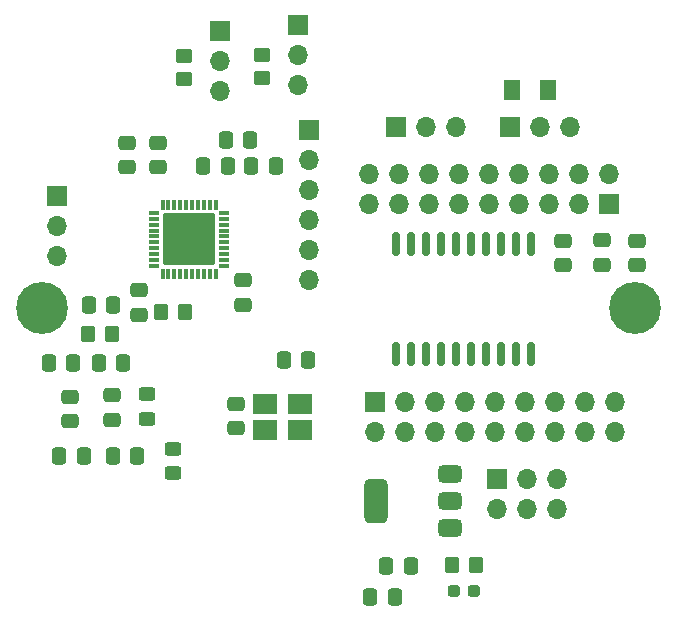
<source format=gbr>
%TF.GenerationSoftware,KiCad,Pcbnew,8.0.3*%
%TF.CreationDate,2025-07-08T12:48:36-07:00*%
%TF.ProjectId,salp_board_round,73616c70-5f62-46f6-9172-645f726f756e,rev?*%
%TF.SameCoordinates,Original*%
%TF.FileFunction,Soldermask,Top*%
%TF.FilePolarity,Negative*%
%FSLAX46Y46*%
G04 Gerber Fmt 4.6, Leading zero omitted, Abs format (unit mm)*
G04 Created by KiCad (PCBNEW 8.0.3) date 2025-07-08 12:48:36*
%MOMM*%
%LPD*%
G01*
G04 APERTURE LIST*
G04 Aperture macros list*
%AMRoundRect*
0 Rectangle with rounded corners*
0 $1 Rounding radius*
0 $2 $3 $4 $5 $6 $7 $8 $9 X,Y pos of 4 corners*
0 Add a 4 corners polygon primitive as box body*
4,1,4,$2,$3,$4,$5,$6,$7,$8,$9,$2,$3,0*
0 Add four circle primitives for the rounded corners*
1,1,$1+$1,$2,$3*
1,1,$1+$1,$4,$5*
1,1,$1+$1,$6,$7*
1,1,$1+$1,$8,$9*
0 Add four rect primitives between the rounded corners*
20,1,$1+$1,$2,$3,$4,$5,0*
20,1,$1+$1,$4,$5,$6,$7,0*
20,1,$1+$1,$6,$7,$8,$9,0*
20,1,$1+$1,$8,$9,$2,$3,0*%
G04 Aperture macros list end*
%ADD10R,1.700000X1.700000*%
%ADD11O,1.700000X1.700000*%
%ADD12R,2.100000X1.725000*%
%ADD13RoundRect,0.375000X0.625000X0.375000X-0.625000X0.375000X-0.625000X-0.375000X0.625000X-0.375000X0*%
%ADD14RoundRect,0.500000X0.500000X1.400000X-0.500000X1.400000X-0.500000X-1.400000X0.500000X-1.400000X0*%
%ADD15RoundRect,0.150000X-0.150000X0.875000X-0.150000X-0.875000X0.150000X-0.875000X0.150000X0.875000X0*%
%ADD16RoundRect,0.250000X-0.350000X-0.450000X0.350000X-0.450000X0.350000X0.450000X-0.350000X0.450000X0*%
%ADD17RoundRect,0.250000X-0.450000X0.350000X-0.450000X-0.350000X0.450000X-0.350000X0.450000X0.350000X0*%
%ADD18RoundRect,0.250000X0.350000X0.450000X-0.350000X0.450000X-0.350000X-0.450000X0.350000X-0.450000X0*%
%ADD19RoundRect,0.250000X0.450000X-0.325000X0.450000X0.325000X-0.450000X0.325000X-0.450000X-0.325000X0*%
%ADD20C,4.400000*%
%ADD21RoundRect,0.237500X-0.287500X-0.237500X0.287500X-0.237500X0.287500X0.237500X-0.287500X0.237500X0*%
%ADD22RoundRect,0.250001X0.462499X0.624999X-0.462499X0.624999X-0.462499X-0.624999X0.462499X-0.624999X0*%
%ADD23RoundRect,0.250000X0.337500X0.475000X-0.337500X0.475000X-0.337500X-0.475000X0.337500X-0.475000X0*%
%ADD24RoundRect,0.250000X-0.337500X-0.475000X0.337500X-0.475000X0.337500X0.475000X-0.337500X0.475000X0*%
%ADD25RoundRect,0.250000X0.475000X-0.337500X0.475000X0.337500X-0.475000X0.337500X-0.475000X-0.337500X0*%
%ADD26RoundRect,0.250000X-0.475000X0.337500X-0.475000X-0.337500X0.475000X-0.337500X0.475000X0.337500X0*%
%ADD27RoundRect,0.100000X-0.350000X-0.100000X0.350000X-0.100000X0.350000X0.100000X-0.350000X0.100000X0*%
%ADD28RoundRect,0.100000X-0.100000X-0.350000X0.100000X-0.350000X0.100000X0.350000X-0.100000X0.350000X0*%
%ADD29RoundRect,0.220200X-1.981800X-1.981800X1.981800X-1.981800X1.981800X1.981800X-1.981800X1.981800X0*%
G04 APERTURE END LIST*
D10*
%TO.C,J6*%
X167500000Y-74860000D03*
D11*
X167500000Y-77400000D03*
X167500000Y-79940000D03*
X167500000Y-82480000D03*
X167500000Y-85020000D03*
X167500000Y-87560000D03*
%TD*%
D12*
%TO.C,Y1*%
X163800000Y-98112500D03*
X166700000Y-98112500D03*
X166700000Y-100287500D03*
X163800000Y-100287500D03*
%TD*%
D13*
%TO.C,U4*%
X179450000Y-108600000D03*
X179450000Y-106300000D03*
D14*
X173150000Y-106300000D03*
D13*
X179450000Y-104000000D03*
%TD*%
D15*
%TO.C,U2*%
X186315000Y-84550000D03*
X185045000Y-84550000D03*
X183775000Y-84550000D03*
X182505000Y-84550000D03*
X181235000Y-84550000D03*
X179965000Y-84550000D03*
X178695000Y-84550000D03*
X177425000Y-84550000D03*
X176155000Y-84550000D03*
X174885000Y-84550000D03*
X174885000Y-93850000D03*
X176155000Y-93850000D03*
X177425000Y-93850000D03*
X178695000Y-93850000D03*
X179965000Y-93850000D03*
X181235000Y-93850000D03*
X182505000Y-93850000D03*
X183775000Y-93850000D03*
X185045000Y-93850000D03*
X186315000Y-93850000D03*
%TD*%
D16*
%TO.C,R12*%
X181600000Y-111700000D03*
X179600000Y-111700000D03*
%TD*%
D17*
%TO.C,R11*%
X163500000Y-70500000D03*
X163500000Y-68500000D03*
%TD*%
D16*
%TO.C,R3*%
X157000000Y-90300000D03*
X155000000Y-90300000D03*
%TD*%
D18*
%TO.C,R2*%
X150800000Y-92200000D03*
X148800000Y-92200000D03*
%TD*%
D17*
%TO.C,R1*%
X156900000Y-70600000D03*
X156900000Y-68600000D03*
%TD*%
D19*
%TO.C,L2*%
X153800000Y-97275000D03*
X153800000Y-99325000D03*
%TD*%
%TO.C,L1*%
X156000000Y-103925000D03*
X156000000Y-101875000D03*
%TD*%
D11*
%TO.C,SEL0*%
X166600000Y-71055000D03*
X166600000Y-68515000D03*
D10*
X166600000Y-65975000D03*
%TD*%
D11*
%TO.C,SEL1*%
X160000000Y-71580000D03*
X160000000Y-69040000D03*
D10*
X160000000Y-66500000D03*
%TD*%
%TO.C,J8*%
X184475000Y-74600000D03*
D11*
X187015000Y-74600000D03*
X189555000Y-74600000D03*
%TD*%
D10*
%TO.C,J7*%
X174860000Y-74600000D03*
D11*
X177400000Y-74600000D03*
X179940000Y-74600000D03*
%TD*%
%TO.C,J5*%
X193380000Y-100440000D03*
X193380000Y-97900000D03*
X190840000Y-100440000D03*
X190840000Y-97900000D03*
X188300000Y-100440000D03*
X188300000Y-97900000D03*
X185760000Y-100440000D03*
X185760000Y-97900000D03*
X183220000Y-100440000D03*
X183220000Y-97900000D03*
X180680000Y-100440000D03*
X180680000Y-97900000D03*
X178140000Y-100440000D03*
X178140000Y-97900000D03*
X175600000Y-100440000D03*
X175600000Y-97900000D03*
X173060000Y-100440000D03*
D10*
X173060000Y-97900000D03*
%TD*%
%TO.C,J4*%
X183420000Y-104400000D03*
D11*
X183420000Y-106940000D03*
X185960000Y-104400000D03*
X185960000Y-106940000D03*
X188500000Y-104400000D03*
X188500000Y-106940000D03*
%TD*%
%TO.C,J3*%
X172580000Y-78600000D03*
X172580000Y-81140000D03*
X175120000Y-78600000D03*
X175120000Y-81140000D03*
X177660000Y-78600000D03*
X177660000Y-81140000D03*
X180200000Y-78600000D03*
X180200000Y-81140000D03*
X182740000Y-78600000D03*
X182740000Y-81140000D03*
X185280000Y-78600000D03*
X185280000Y-81140000D03*
X187820000Y-78600000D03*
X187820000Y-81140000D03*
X190360000Y-78600000D03*
X190360000Y-81140000D03*
X192900000Y-78600000D03*
D10*
X192900000Y-81140000D03*
%TD*%
%TO.C,Antenna*%
X146200000Y-80500000D03*
D11*
X146200000Y-83040000D03*
X146200000Y-85580000D03*
%TD*%
D20*
%TO.C,H2*%
X195100000Y-90000000D03*
%TD*%
%TO.C,H1*%
X144900000Y-90000000D03*
%TD*%
D21*
%TO.C,D6*%
X181500000Y-113900000D03*
X179750000Y-113900000D03*
%TD*%
D22*
%TO.C,D2*%
X184725000Y-71500000D03*
X187700000Y-71500000D03*
%TD*%
D23*
%TO.C,C22*%
X174025986Y-111800000D03*
X176100986Y-111800000D03*
%TD*%
D24*
%TO.C,C20*%
X174737500Y-114400000D03*
X172662500Y-114400000D03*
%TD*%
D25*
%TO.C,C19*%
X161900000Y-89675000D03*
X161900000Y-87600000D03*
%TD*%
D24*
%TO.C,C18*%
X167437500Y-94400000D03*
X165362500Y-94400000D03*
%TD*%
%TO.C,C17*%
X148862500Y-89700000D03*
X150937500Y-89700000D03*
%TD*%
D26*
%TO.C,C16*%
X153100000Y-88462500D03*
X153100000Y-90537500D03*
%TD*%
%TO.C,C15*%
X161300000Y-100137500D03*
X161300000Y-98062500D03*
%TD*%
%TO.C,C14*%
X195300000Y-84262500D03*
X195300000Y-86337500D03*
%TD*%
D24*
%TO.C,C13*%
X152937500Y-102500000D03*
X150862500Y-102500000D03*
%TD*%
%TO.C,C12*%
X148437500Y-102500000D03*
X146362500Y-102500000D03*
%TD*%
%TO.C,C11*%
X164700000Y-77900000D03*
X162625000Y-77900000D03*
%TD*%
D26*
%TO.C,C10*%
X150800000Y-97362500D03*
X150800000Y-99437500D03*
%TD*%
%TO.C,C9*%
X147300000Y-97462500D03*
X147300000Y-99537500D03*
%TD*%
%TO.C,C8*%
X192300000Y-84225000D03*
X192300000Y-86300000D03*
%TD*%
D24*
%TO.C,C7*%
X162537500Y-75700000D03*
X160462500Y-75700000D03*
%TD*%
%TO.C,C6*%
X151775000Y-94600000D03*
X149700000Y-94600000D03*
%TD*%
%TO.C,C5*%
X145462500Y-94600000D03*
X147537500Y-94600000D03*
%TD*%
D26*
%TO.C,C4*%
X189000000Y-84262500D03*
X189000000Y-86337500D03*
%TD*%
D24*
%TO.C,C3*%
X160637500Y-77900000D03*
X158562500Y-77900000D03*
%TD*%
D25*
%TO.C,C2*%
X154700000Y-75962500D03*
X154700000Y-78037500D03*
%TD*%
%TO.C,C1*%
X152100000Y-75962500D03*
X152100000Y-78037500D03*
%TD*%
D27*
%TO.C,U1*%
X154400000Y-81900000D03*
X154400000Y-82400000D03*
X154400000Y-82900000D03*
X154400000Y-83400000D03*
X154400000Y-83900000D03*
X154400000Y-84400000D03*
X154400000Y-84900000D03*
X154400000Y-85400000D03*
X154400000Y-85900000D03*
X154400000Y-86400000D03*
D28*
X155100000Y-87100000D03*
X155600000Y-87100000D03*
X156100000Y-87100000D03*
X156600000Y-87100000D03*
X157100000Y-87100000D03*
X157600000Y-87100000D03*
X158100000Y-87100000D03*
X158600000Y-87100000D03*
X159100000Y-87100000D03*
X159600000Y-87100000D03*
D27*
X160300000Y-86400000D03*
X160300000Y-85900000D03*
X160300000Y-85400000D03*
X160300000Y-84900000D03*
X160300000Y-84400000D03*
X160300000Y-83900000D03*
X160300000Y-83400000D03*
X160300000Y-82900000D03*
X160300000Y-82400000D03*
X160300000Y-81900000D03*
D28*
X159600000Y-81200000D03*
X159100000Y-81200000D03*
X158600000Y-81200000D03*
X158100000Y-81200000D03*
X157600000Y-81200000D03*
X157100000Y-81200000D03*
X156600000Y-81200000D03*
X156100000Y-81200000D03*
X155600000Y-81200000D03*
X155100000Y-81200000D03*
D29*
X157350000Y-84150000D03*
%TD*%
M02*

</source>
